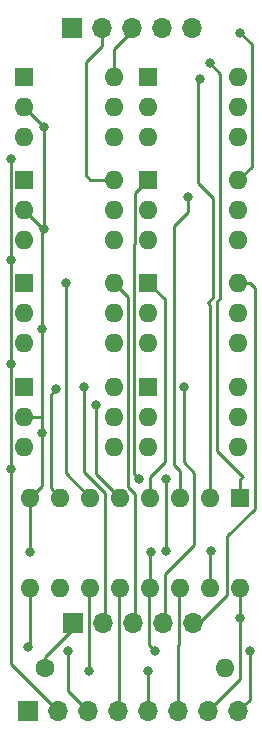
<source format=gtl>
G04 #@! TF.GenerationSoftware,KiCad,Pcbnew,(6.0.5)*
G04 #@! TF.CreationDate,2022-08-24T21:51:27+01:00*
G04 #@! TF.ProjectId,iel-driver,69656c2d-6472-4697-9665-722e6b696361,rev?*
G04 #@! TF.SameCoordinates,Original*
G04 #@! TF.FileFunction,Copper,L1,Top*
G04 #@! TF.FilePolarity,Positive*
%FSLAX46Y46*%
G04 Gerber Fmt 4.6, Leading zero omitted, Abs format (unit mm)*
G04 Created by KiCad (PCBNEW (6.0.5)) date 2022-08-24 21:51:27*
%MOMM*%
%LPD*%
G01*
G04 APERTURE LIST*
G04 #@! TA.AperFunction,ComponentPad*
%ADD10R,1.600000X1.600000*%
G04 #@! TD*
G04 #@! TA.AperFunction,ComponentPad*
%ADD11O,1.600000X1.600000*%
G04 #@! TD*
G04 #@! TA.AperFunction,ComponentPad*
%ADD12R,1.700000X1.700000*%
G04 #@! TD*
G04 #@! TA.AperFunction,ComponentPad*
%ADD13O,1.700000X1.700000*%
G04 #@! TD*
G04 #@! TA.AperFunction,ComponentPad*
%ADD14C,1.600000*%
G04 #@! TD*
G04 #@! TA.AperFunction,ViaPad*
%ADD15C,0.800000*%
G04 #@! TD*
G04 #@! TA.AperFunction,Conductor*
%ADD16C,0.250000*%
G04 #@! TD*
G04 APERTURE END LIST*
D10*
X141900000Y-87600000D03*
D11*
X141900000Y-90140000D03*
X141900000Y-92680000D03*
X149520000Y-92680000D03*
X149520000Y-90140000D03*
X149520000Y-87600000D03*
D12*
X131725000Y-132575000D03*
D13*
X134265000Y-132575000D03*
X136805000Y-132575000D03*
X139345000Y-132575000D03*
X141885000Y-132575000D03*
X144425000Y-132575000D03*
X146965000Y-132575000D03*
X149505000Y-132575000D03*
D10*
X141900000Y-105075000D03*
D11*
X141900000Y-107615000D03*
X141900000Y-110155000D03*
X149520000Y-110155000D03*
X149520000Y-107615000D03*
X149520000Y-105075000D03*
D10*
X131400000Y-105075000D03*
D11*
X131400000Y-107615000D03*
X131400000Y-110155000D03*
X139020000Y-110155000D03*
X139020000Y-107615000D03*
X139020000Y-105075000D03*
D14*
X133180000Y-128900000D03*
D11*
X148420000Y-128900000D03*
D10*
X141900000Y-78875000D03*
D11*
X141900000Y-81415000D03*
X141900000Y-83955000D03*
X149520000Y-83955000D03*
X149520000Y-81415000D03*
X149520000Y-78875000D03*
D10*
X131400000Y-96275000D03*
D11*
X131400000Y-98815000D03*
X131400000Y-101355000D03*
X139020000Y-101355000D03*
X139020000Y-98815000D03*
X139020000Y-96275000D03*
D12*
X135525000Y-125100000D03*
D13*
X138065000Y-125100000D03*
X140605000Y-125100000D03*
X143145000Y-125100000D03*
X145685000Y-125100000D03*
D10*
X141900000Y-96275000D03*
D11*
X141900000Y-98815000D03*
X141900000Y-101355000D03*
X149520000Y-101355000D03*
X149520000Y-98815000D03*
X149520000Y-96275000D03*
D10*
X131400000Y-87575000D03*
D11*
X131400000Y-90115000D03*
X131400000Y-92655000D03*
X139020000Y-92655000D03*
X139020000Y-90115000D03*
X139020000Y-87575000D03*
D12*
X135425000Y-74700000D03*
D13*
X137965000Y-74700000D03*
X140505000Y-74700000D03*
X143045000Y-74700000D03*
X145585000Y-74700000D03*
D10*
X149700000Y-114500000D03*
D11*
X147160000Y-114500000D03*
X144620000Y-114500000D03*
X142080000Y-114500000D03*
X139540000Y-114500000D03*
X137000000Y-114500000D03*
X134460000Y-114500000D03*
X131920000Y-114500000D03*
X131920000Y-122120000D03*
X134460000Y-122120000D03*
X137000000Y-122120000D03*
X139540000Y-122120000D03*
X142080000Y-122120000D03*
X144620000Y-122120000D03*
X147160000Y-122120000D03*
X149700000Y-122120000D03*
D10*
X131400000Y-78875000D03*
D11*
X131400000Y-81415000D03*
X131400000Y-83955000D03*
X139020000Y-83955000D03*
X139020000Y-81415000D03*
X139020000Y-78875000D03*
D15*
X149700000Y-75100000D03*
X130275489Y-112075489D03*
X130275489Y-94375489D03*
X130275489Y-103175489D03*
X130275489Y-85824511D03*
X135100000Y-127500000D03*
X131700000Y-127100000D03*
X136900000Y-129200000D03*
X141900000Y-129200000D03*
X149700000Y-124700000D03*
X131900000Y-119100000D03*
X150500000Y-127500000D03*
X142100000Y-119100000D03*
X133100000Y-91700000D03*
X132900000Y-109000000D03*
X132900000Y-100200000D03*
X133100000Y-83115000D03*
X142500000Y-127500000D03*
X136500000Y-105100000D03*
X144900000Y-105100000D03*
X147100000Y-77700000D03*
X146300000Y-79000000D03*
X145300000Y-89000000D03*
X137500000Y-106600000D03*
X134900000Y-96300000D03*
X134100000Y-105300000D03*
X147200000Y-119000000D03*
X143400000Y-119000000D03*
X143400000Y-112900000D03*
X141100000Y-112900000D03*
D16*
X144526000Y-125602010D02*
X144510489Y-125586499D01*
X144425000Y-127001000D02*
X144526000Y-126900000D01*
X144510489Y-122229511D02*
X144620000Y-122120000D01*
X144425000Y-132575000D02*
X144425000Y-127001000D01*
X144526000Y-126900000D02*
X144526000Y-125602010D01*
X144510489Y-125586499D02*
X144510489Y-122229511D01*
X141970489Y-122229511D02*
X142080000Y-122120000D01*
X141970489Y-125586499D02*
X141970489Y-122229511D01*
X141986000Y-126986000D02*
X141986000Y-125602010D01*
X142500000Y-127500000D02*
X141986000Y-126986000D01*
X141986000Y-125602010D02*
X141970489Y-125586499D01*
X139430489Y-122229511D02*
X139540000Y-122120000D01*
X139430489Y-125586499D02*
X139430489Y-122229511D01*
X139446000Y-125602010D02*
X139430489Y-125586499D01*
X139345000Y-132575000D02*
X139446000Y-132474000D01*
X139446000Y-132474000D02*
X139446000Y-125602010D01*
X136890489Y-125586499D02*
X136890489Y-122229511D01*
X136906000Y-125602010D02*
X136890489Y-125586499D01*
X136906000Y-129006000D02*
X136906000Y-125602010D01*
X136890489Y-122229511D02*
X137000000Y-122120000D01*
X136975000Y-87575000D02*
X136600000Y-87200000D01*
X137965000Y-76235000D02*
X137965000Y-75000000D01*
X136600000Y-77600000D02*
X137965000Y-76235000D01*
X139020000Y-87575000D02*
X136975000Y-87575000D01*
X136600000Y-87200000D02*
X136600000Y-77600000D01*
X139020000Y-76485000D02*
X140505000Y-75000000D01*
X139020000Y-78875000D02*
X139020000Y-76485000D01*
X149520000Y-87600000D02*
X150644511Y-86475489D01*
X150644511Y-76044511D02*
X149700000Y-75100000D01*
X150644511Y-86475489D02*
X150644511Y-76044511D01*
X130275489Y-128585489D02*
X130275489Y-85824511D01*
X134265000Y-132575000D02*
X130275489Y-128585489D01*
X131700000Y-127100000D02*
X131920000Y-126880000D01*
X131920000Y-126880000D02*
X131920000Y-122120000D01*
X135100000Y-130870000D02*
X135100000Y-127500000D01*
X136805000Y-132575000D02*
X135100000Y-130870000D01*
X141885000Y-129215000D02*
X141900000Y-129200000D01*
X141885000Y-132575000D02*
X141885000Y-129215000D01*
X149700000Y-129840000D02*
X149700000Y-122120000D01*
X146965000Y-132575000D02*
X149700000Y-129840000D01*
X131920000Y-119080000D02*
X131920000Y-114500000D01*
X131920000Y-114500000D02*
X132900000Y-113520000D01*
X132900000Y-107700000D02*
X132815000Y-107615000D01*
X142080000Y-119120000D02*
X142100000Y-119100000D01*
X133015000Y-91615000D02*
X133100000Y-91700000D01*
X132900000Y-107700000D02*
X132900000Y-91615000D01*
X132900000Y-91615000D02*
X133015000Y-91615000D01*
X132900000Y-91615000D02*
X131400000Y-90115000D01*
X133100000Y-83115000D02*
X131400000Y-81415000D01*
X142080000Y-122120000D02*
X142080000Y-119120000D01*
X133100000Y-91700000D02*
X133100000Y-83115000D01*
X150500000Y-131580000D02*
X150500000Y-127500000D01*
X132900000Y-109000000D02*
X132900000Y-107700000D01*
X131900000Y-119100000D02*
X131920000Y-119080000D01*
X132900000Y-113520000D02*
X132900000Y-109000000D01*
X149505000Y-132575000D02*
X150500000Y-131580000D01*
X132815000Y-107615000D02*
X131400000Y-107615000D01*
X133180000Y-127945000D02*
X135725000Y-125400000D01*
X133180000Y-128900000D02*
X133180000Y-127945000D01*
X138265000Y-114065000D02*
X136500000Y-112300000D01*
X138265000Y-125400000D02*
X138265000Y-114065000D01*
X136500000Y-112300000D02*
X136500000Y-105100000D01*
X140200000Y-113569700D02*
X140805000Y-114174700D01*
X139020000Y-96275000D02*
X140200000Y-97455000D01*
X140200000Y-97455000D02*
X140200000Y-113569700D01*
X140805000Y-114174700D02*
X140805000Y-125400000D01*
X143345000Y-125400000D02*
X143345000Y-120955000D01*
X145800000Y-118500000D02*
X145800000Y-112400000D01*
X144900000Y-111500000D02*
X144900000Y-105100000D01*
X145800000Y-112400000D02*
X144900000Y-111500000D01*
X143345000Y-120955000D02*
X145800000Y-118500000D01*
X145885000Y-125400000D02*
X148575489Y-122709511D01*
X150900000Y-115400000D02*
X150900000Y-96700000D01*
X148575489Y-122709511D02*
X148575489Y-117724511D01*
X148575489Y-117724511D02*
X150900000Y-115400000D01*
X150900000Y-96700000D02*
X150475000Y-96275000D01*
X150475000Y-96275000D02*
X149520000Y-96275000D01*
X149700000Y-112900000D02*
X149700000Y-114500000D01*
X149900000Y-112700000D02*
X149700000Y-112900000D01*
X147700000Y-110500000D02*
X149900000Y-112700000D01*
X148000000Y-97600000D02*
X148000000Y-78600000D01*
X147700000Y-97900000D02*
X147700000Y-110500000D01*
X148000000Y-78600000D02*
X147100000Y-77700000D01*
X147700000Y-97900000D02*
X148000000Y-97600000D01*
X147400000Y-97500000D02*
X147400000Y-89100000D01*
X146200000Y-78900000D02*
X146300000Y-79000000D01*
X146935000Y-97965000D02*
X147400000Y-97500000D01*
X147160000Y-114500000D02*
X147160000Y-98190000D01*
X147400000Y-89100000D02*
X146100000Y-87800000D01*
X147160000Y-98190000D02*
X146935000Y-97965000D01*
X146100000Y-78900000D02*
X146200000Y-78900000D01*
X146100000Y-87800000D02*
X146100000Y-78900000D01*
X145300000Y-90300000D02*
X145300000Y-89000000D01*
X144100000Y-91500000D02*
X145300000Y-90300000D01*
X144100000Y-111700000D02*
X144100000Y-91500000D01*
X144620000Y-114500000D02*
X144620000Y-112220000D01*
X144620000Y-112220000D02*
X144100000Y-111700000D01*
X142080000Y-112720000D02*
X142080000Y-114500000D01*
X141900000Y-96275000D02*
X143300000Y-97675000D01*
X143300000Y-97675000D02*
X143300000Y-111500000D01*
X143300000Y-111500000D02*
X142080000Y-112720000D01*
X137500000Y-112460000D02*
X137500000Y-106600000D01*
X139540000Y-114500000D02*
X137500000Y-112460000D01*
X134900000Y-112400000D02*
X134900000Y-96300000D01*
X137000000Y-114500000D02*
X134900000Y-112400000D01*
X133624511Y-105775489D02*
X134100000Y-105300000D01*
X133624511Y-113664511D02*
X133624511Y-105775489D01*
X134460000Y-114500000D02*
X133624511Y-113664511D01*
X143400000Y-112900000D02*
X143400000Y-119000000D01*
X147200000Y-119000000D02*
X147160000Y-119040000D01*
X140775489Y-92929211D02*
X140649520Y-93055180D01*
X140649520Y-112449520D02*
X141100000Y-112900000D01*
X140649520Y-93055180D02*
X140649520Y-112449520D01*
X140775489Y-88724511D02*
X140775489Y-92929211D01*
X147160000Y-119040000D02*
X147160000Y-122120000D01*
X141900000Y-87600000D02*
X140775489Y-88724511D01*
M02*

</source>
